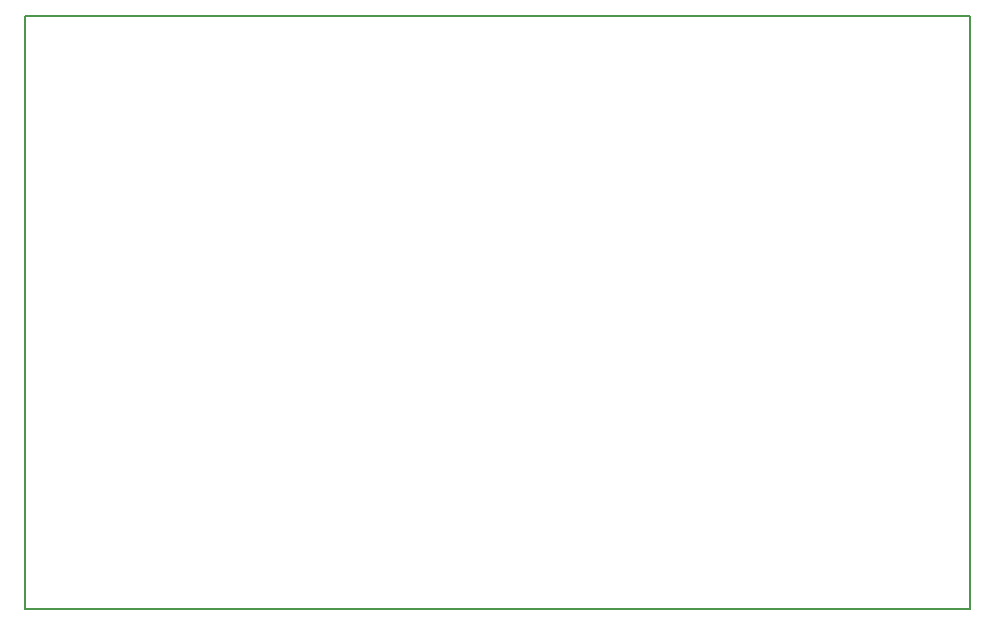
<source format=gm1>
G04 Layer_Color=16711935*
%FSLAX44Y44*%
%MOMM*%
G71*
G01*
G75*
%ADD63C,0.2000*%
D63*
X0Y-2000D02*
Y500000D01*
Y-2000D02*
X800000D01*
Y500000D01*
X0D02*
X800000D01*
M02*

</source>
